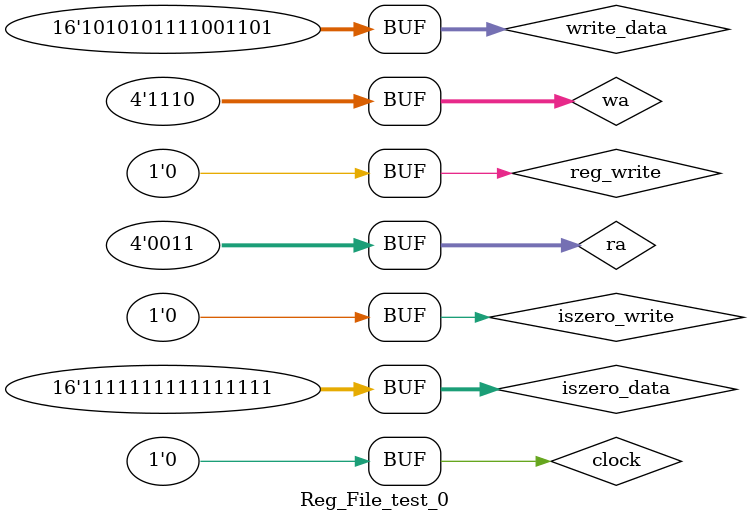
<source format=v>
`timescale 1ns / 1ps


module Reg_File_test_0;

	// Inputs
	reg clock;
	reg [3:0] ra;
	reg [3:0] wa;
	reg [15:0] write_data;
	reg [15:0] iszero_data;
	reg reg_write;
	reg iszero_write;

	// Outputs
	wire [15:0] acc_data;
	wire [15:0] read_data;

	// Instantiate the Unit Under Test (UUT)
	Reg_File uut (
		.clock(clock), 
		.ra(ra), 
		.wa(wa), 
		.write_data(write_data), 
		.iszero_data(iszero_data), 
		.reg_write(reg_write), 
		.iszero_write(iszero_write), 
		.acc_data(acc_data), 
		.read_data(read_data)
	);

	initial begin
		// Initialize Inputs
		clock = 0;
		ra = 0;
		wa = 0;
		write_data = 0;
		reg_write = 0;
		
		iszero_data = 0;
		iszero_write = 0;

		// Wait 100 ns for global reset to finish
		#100;
		//Read
		//Write
		//Read
		ra = 0;
		reg_write = 0;
		repeat (15)begin
			clock = 1; #10; //Read	
			clock = 0; #10;
			
			wa = ra;
			reg_write = 1;
			write_data = 16'hABCD;
			
			clock = 1; #10; //Write	
			clock = 0; #10;
			
			reg_write = 0;
			
			if((ra == 0 || ra == 3) && read_data == 16'hABCD)
				$display("fail");
			else if((ra != 0 && ra != 3) && read_data != 16'hABCD)
				$display("fail");
			else
				$display("pass");
			ra = ra + 1;
		end
		
		clock = 1; #10; //Read ACC	
		clock = 0; #10;
		
		iszero_data = 16'hFFFF;
		iszero_write = 1;
		
		clock = 1; #10; //Write	
		clock = 0; #10;
		
		iszero_write = 0;
		ra = 3;
		
		clock = 1; #10; //Read	
		clock = 0; #10;
		
	end
      
endmodule


</source>
